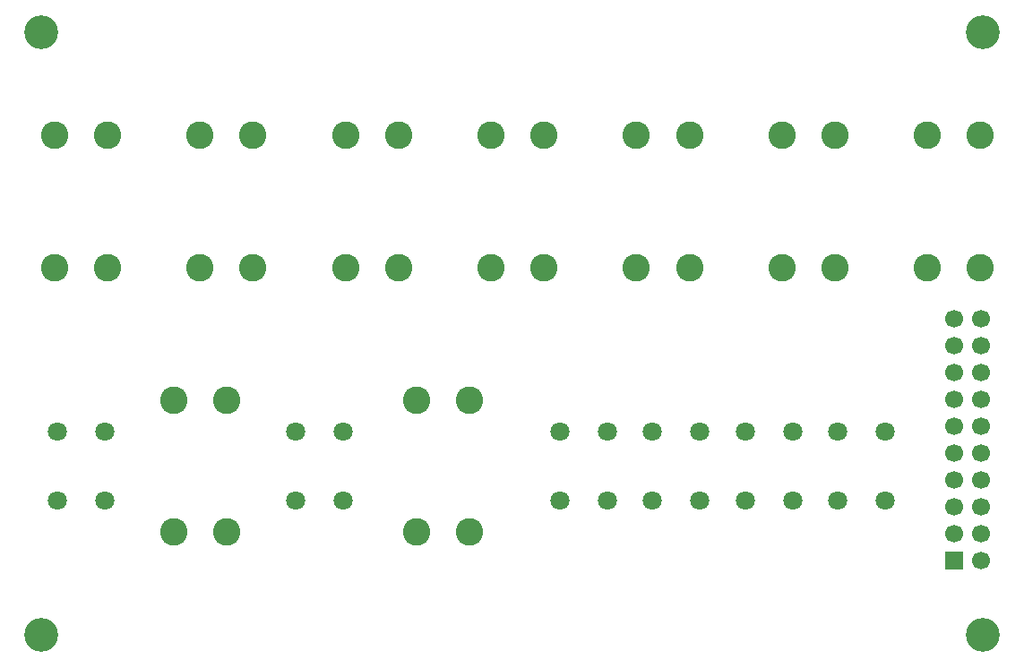
<source format=gbr>
%TF.GenerationSoftware,KiCad,Pcbnew,9.0.6*%
%TF.CreationDate,2026-01-11T11:52:41+09:00*%
%TF.ProjectId,MH01852029121Z2_MJ-HF_control,4d483031-3835-4323-9032-393132315a32,rev?*%
%TF.SameCoordinates,Original*%
%TF.FileFunction,Soldermask,Top*%
%TF.FilePolarity,Negative*%
%FSLAX46Y46*%
G04 Gerber Fmt 4.6, Leading zero omitted, Abs format (unit mm)*
G04 Created by KiCad (PCBNEW 9.0.6) date 2026-01-11 11:52:41*
%MOMM*%
%LPD*%
G01*
G04 APERTURE LIST*
%ADD10C,2.600000*%
%ADD11C,1.800000*%
%ADD12C,3.200000*%
%ADD13R,1.700000X1.700000*%
%ADD14C,1.700000*%
G04 APERTURE END LIST*
D10*
%TO.C,SW5*%
X107500000Y-38750000D03*
X107500000Y-51250000D03*
X112500000Y-38750000D03*
X112500000Y-51250000D03*
%TD*%
%TO.C,SW7*%
X135000000Y-38750000D03*
X135000000Y-51250000D03*
X140000000Y-38750000D03*
X140000000Y-51250000D03*
%TD*%
D11*
%TO.C,SW19*%
X109000000Y-66750000D03*
X109000000Y-73250000D03*
X113500000Y-66750000D03*
X113500000Y-73250000D03*
%TD*%
D10*
%TO.C,SW16*%
X63750000Y-63750000D03*
X63750000Y-76250000D03*
X68750000Y-63750000D03*
X68750000Y-76250000D03*
%TD*%
%TO.C,SW1*%
X52500000Y-38750000D03*
X52500000Y-51250000D03*
X57500000Y-38750000D03*
X57500000Y-51250000D03*
%TD*%
D11*
%TO.C,SW17*%
X75250000Y-66750000D03*
X75250000Y-73250000D03*
X79750000Y-66750000D03*
X79750000Y-73250000D03*
%TD*%
D12*
%TO.C,REF\u002A\u002A*%
X51250000Y-29000000D03*
%TD*%
D10*
%TO.C,SW2*%
X66250000Y-38750000D03*
X66250000Y-51250000D03*
X71250000Y-38750000D03*
X71250000Y-51250000D03*
%TD*%
%TO.C,SW4*%
X93750000Y-38750000D03*
X93750000Y-51250000D03*
X98750000Y-38750000D03*
X98750000Y-51250000D03*
%TD*%
%TO.C,SW28*%
X86750000Y-63750000D03*
X86750000Y-76250000D03*
X91750000Y-63750000D03*
X91750000Y-76250000D03*
%TD*%
D12*
%TO.C,REF\u002A\u002A*%
X51250000Y-86000000D03*
%TD*%
D11*
%TO.C,SW20*%
X117750000Y-66750000D03*
X117750000Y-73250000D03*
X122250000Y-66750000D03*
X122250000Y-73250000D03*
%TD*%
D12*
%TO.C,REF\u002A\u002A*%
X140250000Y-86000000D03*
%TD*%
D10*
%TO.C,SW6*%
X121250000Y-38750000D03*
X121250000Y-51250000D03*
X126250000Y-38750000D03*
X126250000Y-51250000D03*
%TD*%
%TO.C,SW3*%
X80000000Y-38750000D03*
X80000000Y-51250000D03*
X85000000Y-38750000D03*
X85000000Y-51250000D03*
%TD*%
D12*
%TO.C,REF\u002A\u002A*%
X140250000Y-29000000D03*
%TD*%
D11*
%TO.C,SW15*%
X52750000Y-66750000D03*
X52750000Y-73250000D03*
X57250000Y-66750000D03*
X57250000Y-73250000D03*
%TD*%
%TO.C,SW21*%
X126500000Y-66750000D03*
X126500000Y-73250000D03*
X131000000Y-66750000D03*
X131000000Y-73250000D03*
%TD*%
%TO.C,SW18*%
X100250000Y-66750000D03*
X100250000Y-73250000D03*
X104750000Y-66750000D03*
X104750000Y-73250000D03*
%TD*%
D13*
%TO.C,J2*%
X137500000Y-78930000D03*
D14*
X140040000Y-78930000D03*
X137500000Y-76390000D03*
X140040000Y-76390000D03*
X137500000Y-73850000D03*
X140040000Y-73850000D03*
X137500000Y-71310000D03*
X140040000Y-71310000D03*
X137500000Y-68770000D03*
X140040000Y-68770000D03*
X137500000Y-66230000D03*
X140040000Y-66230000D03*
X137500000Y-63690000D03*
X140040000Y-63690000D03*
X137500000Y-61150000D03*
X140040000Y-61150000D03*
X137500000Y-58610000D03*
X140040000Y-58610000D03*
X137500000Y-56070000D03*
X140040000Y-56070000D03*
%TD*%
M02*

</source>
